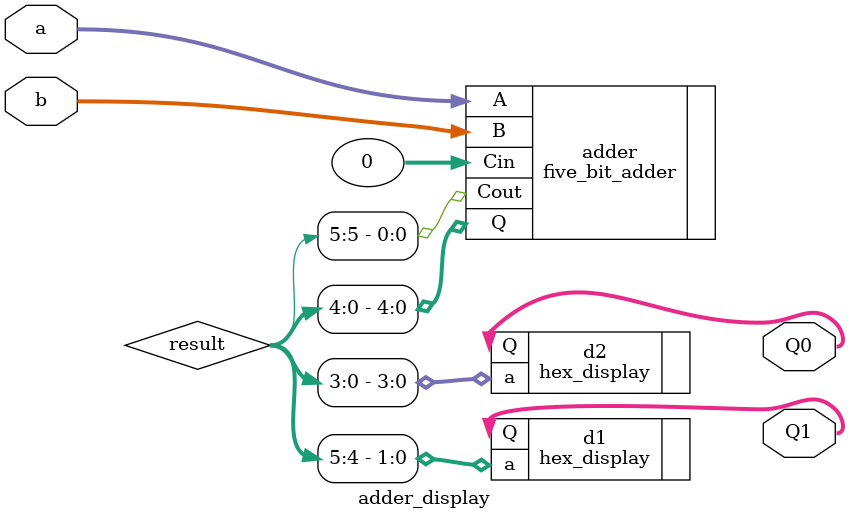
<source format=sv>
module adder_display(input [4:0] a,b,output[6:0] Q1,Q0);
	logic [5:0] result;
	five_bit_adder adder(.A(a),.B(b),.Cin(0),.Cout(result[5]),.Q(result[4:0]));
	hex_display d1(.a(result[5:4]),.Q(Q1));
	hex_display d2(.a(result[3:0]),.Q(Q0));
	
	
endmodule

</source>
